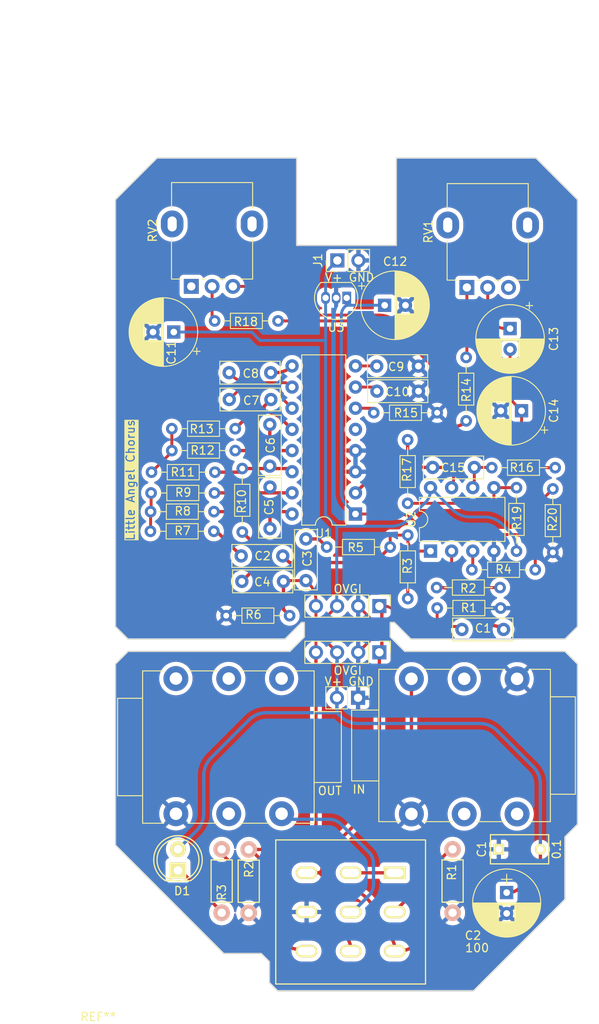
<source format=kicad_pcb>
(kicad_pcb (version 20221018) (generator pcbnew)
  (layers (0 "F.Cu" signal) (31 "B.Cu" signal) (34 "B.Paste" user) (35 "F.Paste" user) (36 "B.SilkS" user "B.Silkscreen") (37 "F.SilkS" user "F.Silkscreen") (38 "B.Mask" user) (39 "F.Mask" user) (44 "Edge.Cuts" user))
  (net 0 "")
  (net 1 "Net-(C1-Pad2)")
  (net 2 "Net-(C2-Pad1)")
  (net 3 "Net-(C2-Pad2)")
  (net 4 "Net-(C3-Pad1)")
  (net 5 "Net-(C4-Pad1)")
  (net 6 "Net-(U1-LPF1-IN)")
  (net 7 "Net-(U1-LPF1-OUT)")
  (net 8 "Net-(U1-LPF2-OUT)")
  (net 9 "Net-(U1-LPF2-IN)")
  (net 10 "Net-(U1-OP2-OUT)")
  (net 11 "Net-(U1-OP2-IN)")
  (net 12 "Net-(U1-OP1-IN)")
  (net 13 "Net-(U1-OP1-OUT)")
  (net 14 "Net-(U1-CC0)")
  (net 15 "Net-(U1-CC1)")
  (net 16 "+9V")
  (net 17 "Net-(U1-VCC)")
  (net 18 "Net-(C13-Pad1)")
  (net 19 "Net-(C13-Pad2)")
  (net 20 "Net-(U2B--)")
  (net 21 "Net-(C15-Pad2)")
  (net 22 "Net-(U2A--)")
  (net 23 "Net-(U2A-+)")
  (net 24 "Net-(R7-Pad2)")
  (net 25 "Net-(R11-Pad1)")
  (net 26 "Net-(R14-Pad1)")
  (net 27 "Net-(U1-REF)")
  (net 28 "Net-(U1-VCO)")
  (net 29 "Net-(U2B-+)")
  (net 30 "Net-(R18-Pad2)")
  (net 34 "GND")
  (net 35 "Net-(D1-Pad1)")
  (net 36 "Net-(J2-Pad2)")
  (net 37 "Net-(J3-Pad2)")
  (net 38 "Net-(R3-Pad2)")
  (net 39 "Net-(SW1-Pad1)")
  (net 40 "{slash}I")
  (net 41 "{slash}O")
  (footprint "Resistor_THT:R_Axial_DIN0204_L3.6mm_D1.6mm_P7.62mm_Horizontal" (layer "F.Cu") (at 157.85 74.92 180)
    (fp_text reference "R15")
    (fp_text value "100R")
  )
  (footprint "Resistor_THT:R_Axial_DIN0204_L3.6mm_D1.6mm_P7.62mm_Horizontal" (layer "F.Cu") (at 164.413812 81.513812)
    (fp_text reference "R16")
    (fp_text value "220K")
  )
  (footprint "Capacitor_THT:CP_Radial_D8.0mm_P2.50mm" (layer "F.Cu") (at 126.2 65.23 180)
    (fp_text reference "C11")
    (fp_text value "100uF")
  )
  (footprint "Connectors:NMJ6HCD2" (layer "F.Cu") (at 167.453812 106.863812 -90)
    (fp_text reference "J2" hide)
    (fp_text value "IN")
  )
  (footprint "Resistor_THT:R_Axial_DIN0204_L3.6mm_D1.6mm_P7.62mm_Horizontal" (layer "F.Cu") (at 131.013812 89.153812 180)
    (fp_text reference "R7")
    (fp_text value "10k")
  )
  (footprint "Pin_Headers:Pin_Header_Straight_1x02_Pitch2.54mm" (layer "F.Cu") (at 148.343812 109.143812 -90)
    (fp_text reference "J4" hide)
    (fp_text value "V+ GND")
  )
  (footprint "Capacitor_THT:C_Disc_D7.0mm_W2.5mm_P5.00mm" (layer "F.Cu") (at 155.59 69.32 180)
    (fp_text reference "C9")
    (fp_text value "100nF")
  )
  (footprint "Resistor_THT:R_Axial_DIN0204_L3.6mm_D1.6mm_P7.62mm_Horizontal" (layer "F.Cu") (at 125.963812 76.833812)
    (fp_text reference "R13")
    (fp_text value "10k")
  )
  (footprint "Capacitor_THT:C_Disc_D7.0mm_W2.5mm_P5.00mm" (layer "F.Cu") (at 134.3 92.11)
    (fp_text reference "C2")
    (fp_text value "100nF")
  )
  (footprint "Capacitor_THT:CP_Radial_D8.0mm_P2.50mm" (layer "F.Cu") (at 166.613812 64.813812 -90)
    (fp_text reference "C13")
    (fp_text value "10uF")
  )
  (footprint "Resistor_THT:R_Axial_DIN0204_L3.6mm_D1.6mm_P7.62mm_Horizontal" (layer "F.Cu") (at 161.333812 68.273812 -90)
    (fp_text reference "R14")
    (fp_text value "33k")
  )
  (footprint "Resistors_ThroughHole:Resistor_Horizontal_RM7mm" (layer "F.Cu") (at 135.203812 127.353812 -90)
    (fp_text reference "R2")
    (fp_text value "1M" hide)
  )
  (footprint "Capacitors_ThroughHole:C_Rect_L7_W3.5_P5" (layer "F.Cu") (at 165.253812 127.333812)
    (fp_text reference "C1")
    (fp_text value "0.1")
  )
  (footprint "KiCad Lib:1590B" (layer "F.Cu") (at 117.113812 146.953812)
    (fp_text reference "REF**")
    (fp_text value "1590B")
  )
  (footprint "Resistor_THT:R_Axial_DIN0204_L3.6mm_D1.6mm_P7.62mm_Horizontal" (layer "F.Cu") (at 152.203812 91.043812 180)
    (fp_text reference "R5")
    (fp_text value "10k")
  )
  (footprint "Capacitor_THT:CP_Radial_D8.0mm_P2.50mm" (layer "F.Cu") (at 167.996463 74.683812 180)
    (fp_text reference "C14")
    (fp_text value "10uF")
  )
  (footprint "Capacitor_THT:C_Disc_D7.0mm_W2.5mm_P5.00mm" (layer "F.Cu") (at 137.87 73.33 180)
    (fp_text reference "C7")
    (fp_text value "10nF")
  )
  (footprint "Resistor_THT:R_Axial_DIN0204_L3.6mm_D1.6mm_P7.62mm_Horizontal" (layer "F.Cu") (at 171.753812 91.683812 90)
    (fp_text reference "R20")
    (fp_text value "47k")
  )
  (footprint "Resistor_THT:R_Axial_DIN0204_L3.6mm_D1.6mm_P7.62mm_Horizontal" (layer "F.Cu") (at 131.093812 84.553812 180)
    (fp_text reference "R9")
    (fp_text value "10k")
  )
  (footprint "Package_DIP:DIP-8_W7.62mm" (layer "F.Cu") (at 157.049929 91.529929 90)
    (fp_text reference "U2")
    (fp_text value "NE5532")
  )
  (footprint "Capacitor_THT:CP_Radial_D8.0mm_P2.50mm" (layer "F.Cu") (at 151.543812 62.013812)
    (fp_text reference "C12")
    (fp_text value "47uF")
  )
  (footprint "Potentiometer_THT:Potentiometer_Alpha_RD901F-40-00D_Single_Vertical" (layer "F.Cu") (at 128.303812 59.748812 90)
    (fp_text reference "RV2")
    (fp_text value "100k lin")
  )
  (footprint "Pin_Headers:Pin_Header_Straight_1x04_Pitch2.54mm" (layer "F.Cu") (at 150.903812 103.683812 -90)
    (fp_text reference "JOVGI1" hide)
    (fp_text value "OVGI")
  )
  (footprint "Resistor_THT:R_Axial_DIN0204_L3.6mm_D1.6mm_P7.62mm_Horizontal" (layer "F.Cu") (at 138.733812 63.893812 180)
    (fp_text reference "R18")
    (fp_text value "4k7")
  )
  (footprint "Resistor_THT:R_Axial_DIN0204_L3.6mm_D1.6mm_P7.62mm_Horizontal" (layer "F.Cu") (at 154.319929 97.229929 90)
    (fp_text reference "R3")
    (fp_text value "1M")
  )
  (footprint "Resistor_THT:R_Axial_DIN0204_L3.6mm_D1.6mm_P7.62mm_Horizontal" (layer "F.Cu") (at 154.303812 85.793812 90)
    (fp_text reference "R17")
    (fp_text value "220k")
  )
  (footprint "Resistors_ThroughHole:Resistor_Horizontal_RM7mm" (layer "F.Cu") (at 131.953812 134.953812 90)
    (fp_text reference "R3")
    (fp_text value "1K" hide)
  )
  (footprint "Capacitors_THT:CP_Radial_D8.0mm_P2.50mm" (layer "F.Cu") (at 166.203812 132.533812 -90)
    (fp_text reference "C2")
    (fp_text value "100")
  )
  (footprint "Capacitor_THT:C_Disc_D7.0mm_W2.5mm_P5.00mm" (layer "F.Cu") (at 137.76 88.84 90)
    (fp_text reference "C5")
    (fp_text value "1nF")
  )
  (footprint "Capacitor_THT:C_Disc_D7.0mm_W2.5mm_P5.00mm" (layer "F.Cu") (at 132.85 70.11)
    (fp_text reference "C8")
    (fp_text value "10nF")
  )
  (footprint "KiCad Lib:3PDT-Footswitch" (layer "F.Cu") (at 147.453812 134.858812 180)
    (fp_text reference "SW1" hide)
    (fp_text value "SW_3PDT" hide)
  )
  (footprint "Pin_Headers:Pin_Header_Straight_1x02_Pitch2.54mm" (layer "F.Cu") (at 145.853812 56.633812 90)
    (fp_text reference "J1")
    (fp_text value "V+ GND")
  )
  (footprint "Package_DIP:DIP-16_W7.62mm" (layer "F.Cu") (at 148.033812 87.078812 180)
    (fp_text reference "U1")
    (fp_text value "PT2399")
  )
  (footprint "Resistor_THT:R_Axial_DIN0204_L3.6mm_D1.6mm_P7.62mm_Horizontal" (layer "F.Cu") (at 169.639929 93.769929 180)
    (fp_text reference "R4")
    (fp_text value "330k")
  )
  (footprint "Connectors:NMJ6HCD2" (layer "F.Cu") (at 126.453812 123.063812 90)
    (fp_text reference "J3" hide)
    (fp_text value "OUT")
  )
  (footprint "Resistor_THT:R_Axial_DIN0204_L3.6mm_D1.6mm_P7.62mm_Horizontal" (layer "F.Cu") (at 125.963812 79.463812)
    (fp_text reference "R12")
    (fp_text value "10k")
  )
  (footprint "Potentiometer_THT:Potentiometer_Alpha_RD901F-40-00D_Single_Vertical" (layer "F.Cu") (at 161.423812 59.878812 90)
    (fp_text reference "RV1")
    (fp_text value "470K lin")
  )
  (footprint "Resistor_THT:R_Axial_DIN0204_L3.6mm_D1.6mm_P7.62mm_Horizontal" (layer "F.Cu") (at 123.523812 82.053812)
    (fp_text reference "R11")
    (fp_text value "10k")
  )
  (footprint "Resistor_THT:R_Axial_DIN0204_L3.6mm_D1.6mm_P7.62mm_Horizontal" (layer "F.Cu") (at 167.383812 83.913812 -90)
    (fp_text reference "R19")
    (fp_text value "100k")
  )
  (footprint "Resistor_THT:R_Axial_DIN0204_L3.6mm_D1.6mm_P7.62mm_Horizontal" (layer "F.Cu") (at 134.43 81.62 -90)
    (fp_text reference "R10")
    (fp_text value "10k")
  )
  (footprint "Capacitor_THT:C_Disc_D7.0mm_W2.5mm_P5.00mm" (layer "F.Cu") (at 142.08 90.07 -90)
    (fp_text reference "C3")
    (fp_text value "100nF")
  )
  (footprint "Pin_Headers:Pin_Header_Straight_1x04_Pitch2.54mm" (layer "F.Cu") (at 150.903812 98.133812 -90)
    (fp_text reference "JOVGI2" hide)
    (fp_text value "OVGI")
  )
  (footprint "Package_TO_SOT_THT:TO-92_Inline" (layer "F.Cu") (at 146.983812 61.123812 180)
    (fp_text reference "U3")
    (fp_text value "L78L05_TO92")
  )
  (footprint "Resistor_THT:R_Axial_DIN0204_L3.6mm_D1.6mm_P7.62mm_Horizontal" (layer "F.Cu") (at 157.789929 95.909929)
    (fp_text reference "R2")
    (fp_text value "470k")
  )
  (footprint "Capacitor_THT:C_Disc_D7.0mm_W2.5mm_P5.00mm" (layer "F.Cu") (at 155.61 72.33 180)
    (fp_text reference "C10")
    (fp_text value "100nF")
  )
  (footprint "Capacitor_THT:C_Disc_D7.0mm_W2.5mm_P5.00mm" (layer "F.Cu") (at 134.38 95.17)
    (fp_text reference "C4")
    (fp_text value "100nF")
  )
  (footprint "Resistors_ThroughHole:Resistor_Horizontal_RM7mm" (layer "F.Cu") (at 159.703812 127.333812 -90)
    (fp_text reference "R1")
    (fp_text value "1M" hide)
  )
  (footprint "Capacitor_THT:C_Disc_D7.0mm_W2.5mm_P5.00mm" (layer "F.Cu") (at 137.74 81.33 90)
    (fp_text reference "C6")
    (fp_text value "1nF")
  )
  (footprint "Capacitor_THT:C_Disc_D7.0mm_W2.5mm_P5.00mm" (layer "F.Cu") (at 162.313812 81.483812 180)
    (fp_text reference "C15")
    (fp_text value "10nF")
  )
  (footprint "Resistor_THT:R_Axial_DIN0204_L3.6mm_D1.6mm_P7.62mm_Horizontal" (layer "F.Cu") (at 131.033812 86.793812 180)
    (fp_text reference "R8")
    (fp_text value "10k")
  )
  (footprint "Resistor_THT:R_Axial_DIN0204_L3.6mm_D1.6mm_P7.62mm_Horizontal" (layer "F.Cu") (at 132.5 99.28)
    (fp_text reference "R6")
    (fp_text value "100k")
  )
  (footprint "Resistor_THT:R_Axial_DIN0204_L3.6mm_D1.6mm_P7.62mm_Horizontal" (layer "F.Cu") (at 157.849929 98.369929)
    (fp_text reference "R1")
    (fp_text value "1M")
  )
  (footprint "Capacitor_THT:C_Disc_D7.0mm_W2.5mm_P5.00mm" (layer "F.Cu") (at 160.83 100.94)
    (fp_text reference "C1")
    (fp_text value "100nF")
  )
  (footprint "LEDs:LED-5MM" (layer "F.Cu") (at 126.703812 129.873812 90)
    (fp_text reference "D1")
    (fp_text value "LED" hide)
  )
  (gr_line (start 141.553812 100.083812) (end 139.553812 102.083812) (stroke (width 0.15)) (layer "Edge.Cuts"))
  (gr_line (start 132.703812 139.833812) (end 132.203812 139.833812) (stroke (width 0.15)) (layer "Edge.Cuts"))
  (gr_line (start 152.203812 100.083812) (end 152.703812 100.083812) (stroke (width 0.15)) (layer "Edge.Cuts"))
  (gr_line (start 173.203812 125.833812) (end 173.203812 133.333812) (stroke (width 0.15)) (layer "Edge.Cuts"))
  (gr_line (start 132.203812 139.833812) (end 131.203812 138.833812) (stroke (width 0.15)) (layer "Edge.Cuts"))
  (gr_line (start 121.203812 103.583812) (end 120.703812 103.583812) (stroke (width 0.15)) (layer "Edge.Cuts"))
  (gr_line (start 152.953812 54.833812) (end 152.953812 44.333812) (stroke (width 0.15)) (layer "Edge.Cuts"))
  (gr_line (start 140.153812 103.583812) (end 121.203812 103.583812) (stroke (width 0.15)) (layer "Edge.Cuts"))
  (gr_line (start 154.703812 102.083812) (end 173.203812 102.083812) (stroke (width 0.15)) (layer "Edge.Cuts"))
  (gr_line (start 120.703812 102.083812) (end 119.203812 100.583812) (stroke (width 0.15)) (layer "Edge.Cuts"))
  (gr_line (start 153.953812 103.583812) (end 168.953812 103.583812) (stroke (width 0.15)) (layer "Edge.Cuts"))
  (gr_line (start 174.703812 100.583812) (end 174.703812 77.333812) (stroke (width 0.15)) (layer "Edge.Cuts"))
  (gr_line (start 174.703812 105.083812) (end 173.203812 103.583812) (stroke (width 0.15)) (layer "Edge.Cuts"))
  (gr_line (start 119.203812 49.333812) (end 119.203812 100.583812) (stroke (width 0.15)) (layer "Edge.Cuts"))
  (gr_line (start 141.903812 100.088812) (end 141.903812 101.833812) (stroke (width 0.15)) (layer "Edge.Cuts"))
  (gr_line (start 173.203812 133.333812) (end 162.203812 144.333812) (stroke (width 0.15)) (layer "Edge.Cuts"))
  (gr_line (start 137.703812 143.333812) (end 137.703812 140.833812) (stroke (width 0.15)) (layer "Edge.Cuts"))
  (gr_line (start 120.703812 102.083812) (end 120.703812 102.083812) (stroke (width 0.15)) (layer "Edge.Cuts"))
  (gr_line (start 141.903812 100.088812) (end 141.553812 100.083812) (stroke (width 0.15)) (layer "Edge.Cuts"))
  (gr_line (start 152.953812 44.333812) (end 169.703812 44.333812) (stroke (width 0.15)) (layer "Edge.Cuts"))
  (gr_line (start 139.553812 102.083812) (end 120.703812 102.083812) (stroke (width 0.15)) (layer "Edge.Cuts"))
  (gr_line (start 138.703812 144.333812) (end 137.703812 143.333812) (stroke (width 0.15)) (layer "Edge.Cuts"))
  (gr_line (start 119.203812 49.333812) (end 124.203812 44.333812) (stroke (width 0.15)) (layer "Edge.Cuts"))
  (gr_line (start 173.203812 125.833812) (end 174.703812 124.333812) (stroke (width 0.15)) (layer "Edge.Cuts"))
  (gr_line (start 131.203812 138.833812) (end 119.203812 126.833812) (stroke (width 0.15)) (layer "Edge.Cuts"))
  (gr_line (start 137.703812 140.833812) (end 136.703812 139.833812) (stroke (width 0.15)) (layer "Edge.Cuts"))
  (gr_line (start 120.703812 103.583812) (end 119.203812 105.083812) (stroke (width 0.15)) (layer "Edge.Cuts"))
  (gr_line (start 140.953812 54.833812) (end 152.953812 54.833812) (stroke (width 0.15)) (layer "Edge.Cuts"))
  (gr_line (start 173.203812 103.583812) (end 168.953812 103.583812) (stroke (width 0.15)) (layer "Edge.Cuts"))
  (gr_line (start 141.903812 101.833812) (end 140.153812 103.583812) (stroke (width 0.15)) (layer "Edge.Cuts"))
  (gr_line (start 173.203812 102.083812) (end 174.703812 100.583812) (stroke (width 0.15)) (layer "Edge.Cuts"))
  (gr_line (start 152.203812 101.833812) (end 153.953812 103.583812) (stroke (width 0.15)) (layer "Edge.Cuts"))
  (gr_line (start 174.703812 124.333812) (end 174.703812 105.083812) (stroke (width 0.15)) (layer "Edge.Cuts"))
  (gr_line (start 119.203812 126.833812) (end 119.203812 113.333812) (stroke (width 0.15)) (layer "Edge.Cuts"))
  (gr_line (start 152.703812 100.083812) (end 154.703812 102.083812) (stroke (width 0.15)) (layer "Edge.Cuts"))
  (gr_line (start 152.203812 101.833812) (end 152.203812 100.083812) (stroke (width 0.15)) (layer "Edge.Cuts"))
  (gr_line (start 136.703812 139.833812) (end 132.703812 139.833812) (stroke (width 0.15)) (layer "Edge.Cuts"))
  (gr_line (start 140.953812 44.333812) (end 140.953812 54.833812) (stroke (width 0.15)) (layer "Edge.Cuts"))
  (gr_line (start 174.703812 77.333812) (end 174.703812 49.333812) (stroke (width 0.15)) (layer "Edge.Cuts"))
  (gr_line (start 119.203812 105.083812) (end 119.203812 113.333812) (stroke (width 0.15)) (layer "Edge.Cuts"))
  (gr_line (start 169.703812 44.333812) (end 174.703812 49.333812) (stroke (width 0.15)) (layer "Edge.Cuts"))
  (gr_line (start 140.953812 44.333812) (end 124.203812 44.333812) (stroke (width 0.15)) (layer "Edge.Cuts"))
  (gr_line (start 138.703812 144.333812) (end 162.203812 144.333812) (stroke (width 0.15)) (layer "Edge.Cuts"))
  (gr_text "Little Angel Chorus" (at 121.58 90.38 90) (layer "F.SilkS" knockout) (effects (font (size 1 1)) (justify left bottom)))
  (segment (start 165.709929 100.579929) (end 165.47257 100.579929) (width 0.4) (layer "F.Cu") (net 1))
  (segment (start 163.351249 99.701249) (end 160.438608 96.788608) (width 0.4) (layer "F.Cu") (net 1))
  (segment (start 158.317288 95.909929) (end 157.789929 95.909929) (width 0.4) (layer "F.Cu") (net 1))
  (arc (start 158.317288 95.909929) (mid 159.465338 96.13829) (end 160.438608 96.788608) (width 0.4) (layer "F.Cu") (net 1))
  (arc (start 165.47257 100.579929) (mid 164.324519 100.351567) (end 163.351249 99.701249) (width 0.4) (layer "F.Cu") (net 1))
  (segment (start 131.343812 89.153812) (end 131.013812 89.153812) (width 0.4) (layer "F.Cu") (net 2))
  (segment (start 134.3 92.11) (end 131.343812 89.153812) (width 0.4) (layer "F.Cu") (net 2))
  (segment (start 152.243812 89.609929) (end 152.203812 89.649929) (width 0.35) (layer "F.Cu") (net 3))
  (segment (start 154.612822 90.942822) (end 154.907036 91.237036) (width 0.35) (layer "F.Cu") (net 3))
  (segment (start 150.337625 92.909999) (end 152.203812 91.043812) (width 0.4) (layer "F.Cu") (net 3))
  (segment (start 155.614143 91.529929) (end 157.049929 91.529929) (width 0.35) (layer "F.Cu") (net 3))
  (segment (start 154.319929 89.609929) (end 152.243812 89.609929) (width 0.35) (layer "F.Cu") (net 3))
  (segment (start 152.203812 89.649929) (end 152.203812 91.043812) (width 0.35) (layer "F.Cu") (net 3))
  (segment (start 154.319929 89.609929) (end 154.319929 90.235715) (width 0.35) (layer "F.Cu") (net 3))
  (segment (start 139.3 92.11) (end 140.099999 92.909999) (width 0.4) (layer "F.Cu") (net 3))
  (segment (start 140.099999 92.909999) (end 150.337625 92.909999) (width 0.4) (layer "F.Cu") (net 3))
  (arc (start 154.612822 90.942822) (mid 154.396049 90.618399) (end 154.319929 90.235715) (width 0.35) (layer "F.Cu") (net 3))
  (arc (start 154.907036 91.237036) (mid 155.231459 91.453809) (end 155.614143 91.529929) (width 0.35) (layer "F.Cu") (net 3))
  (segment (start 143.61 90.07) (end 144.583812 91.043812) (width 0.4) (layer "F.Cu") (net 4))
  (segment (start 142.08 90.07) (end 143.61 90.07) (width 0.4) (layer "F.Cu") (net 4))
  (segment (start 135.834213 90.644213) (end 134.43 89.24) (width 0.4) (layer "F.Cu") (net 5))
  (segment (start 136.42 92.301573) (end 136.42 92.058427) (width 0.4) (layer "F.Cu") (net 5))
  (segment (start 134.38 95.17) (end 135.834214 93.715786) (width 0.4) (layer "F.Cu") (net 5))
  (arc (start 136.42 92.301573) (mid 136.267759 93.06694) (end 135.834214 93.715786) (width 0.4) (layer "F.Cu") (net 5))
  (arc (start 135.834213 90.644213) (mid 136.267759 91.29306) (end 136.42 92.058427) (width 0.4) (layer "F.Cu") (net 5))
  (segment (start 137.76 86.833812) (end 137.72 86.793812) (width 0.4) (layer "F.Cu") (net 6))
  (segment (start 131.033812 86.793812) (end 137.72 86.793812) (width 0.4) (layer "F.Cu") (net 6))
  (segment (start 140.128812 86.793812) (end 140.413812 87.078812) (width 0.4) (layer "F.Cu") (net 6))
  (segment (start 137.76 88.84) (end 137.76 86.833812) (width 0.4) (layer "F.Cu") (net 6))
  (segment (start 137.72 86.793812) (end 140.128812 86.793812) (width 0.4) (layer "F.Cu") (net 6))
  (segment (start 140.413812 84.538812) (end 137.84 84.538812) (width 0.4) (layer "F.Cu") (net 7))
  (segment (start 137.76 84.458812) (end 137.84 84.538812) (width 0.4) (layer "F.Cu") (net 7))
  (segment (start 137.84 84.538812) (end 131.108812 84.538812) (width 0.4) (layer "F.Cu") (net 7))
  (segment (start 131.108812 84.538812) (end 131.093812 84.553812) (width 0.4) (layer "F.Cu") (net 7))
  (segment (start 137.76 83.84) (end 137.76 84.458812) (width 0.4) (layer "F.Cu") (net 7))
  (segment (start 133.996188 82.053812) (end 134.43 81.62) (width 0.4) (layer "F.Cu") (net 8))
  (segment (start 134.43 81.62) (end 140.035 81.62) (width 0.4) (layer "F.Cu") (net 8))
  (segment (start 131.143812 82.053812) (end 133.996188 82.053812) (width 0.4) (layer "F.Cu") (net 8))
  (segment (start 140.035 81.62) (end 140.413812 81.998812) (width 0.4) (layer "F.Cu") (net 8))
  (segment (start 133.583812 79.463812) (end 137.82 79.463812) (width 0.4) (layer "F.Cu") (net 9))
  (segment (start 137.74 76.33) (end 137.74 79.383812) (width 0.4) (layer "F.Cu") (net 9))
  (segment (start 137.74 79.383812) (end 137.82 79.463812) (width 0.4) (layer "F.Cu") (net 9))
  (segment (start 140.408812 79.463812) (end 140.413812 79.458812) (width 0.4) (layer "F.Cu") (net 9))
  (segment (start 137.82 79.463812) (end 140.408812 79.463812) (width 0.4) (layer "F.Cu") (net 9))
  (segment (start 136.860265 74.8) (end 137.052359 74.8) (width 0.4) (layer "F.Cu") (net 10))
  (segment (start 133.583812 76.833812) (end 134.738945 75.678679) (width 0.4) (layer "F.Cu") (net 10))
  (segment (start 137.052359 74.147641) (end 137.87 73.33) (width 0.4) (layer "F.Cu") (net 10))
  (segment (start 137.052359 74.8) (end 137.052359 74.147641) (width 0.4) (layer "F.Cu") (net 10))
  (segment (start 139.17368 75.67868) (end 140.413812 76.918812) (width 0.4) (layer "F.Cu") (net 10))
  (arc (start 139.17368 75.67868) (mid 138.20041 75.028361) (end 137.052359 74.8) (width 0.4) (layer "F.Cu") (net 10))
  (arc (start 136.860265 74.8) (mid 135.712215 75.028361) (end 134.738945 75.678679) (width 0.4) (layer "F.Cu") (net 10))
  (segment (start 138.055786 71.86) (end 134.754214 71.86) (width 0.35) (layer "F.Cu") (net 11))
  (segment (start 139.531705 73.496705) (end 140.413812 74.378812) (width 0.35) (layer "F.Cu") (net 11))
  (segment (start 139.238812 72.628812) (end 138.762893 72.152893) (width 0.35) (layer "F.Cu") (net 11))
  (segment (start 134.047107 72.152893) (end 132.87 73.33) (width 0.35) (layer "F.Cu") (net 11))
  (segment (start 139.238812 72.628812) (end 139.238812 72.789598) (width 0.35) (layer "F.Cu") (net 11))
  (arc (start 134.754214 71.86) (mid 134.371531 71.93612) (end 134.047107 72.152893) (width 0.35) (layer "F.Cu") (net 11))
  (arc (start 139.531705 73.496705) (mid 139.314932 73.172282) (end 139.238812 72.789598) (width 0.35) (layer "F.Cu") (net 11))
  (arc (start 138.055786 71.86) (mid 138.438469 71.93612) (end 138.762893 72.152893) (width 0.35) (layer "F.Cu") (net 11))
  (segment (start 133.17132 70.43132) (end 132.85 70.11) (width 0.35) (layer "F.Cu") (net 12))
  (segment (start 140.413812 71.838812) (end 140.177893 71.602893) (width 0.35) (layer "F.Cu") (net 12))
  (segment (start 139.470786 71.31) (end 135.292641 71.31) (width 0.35) (layer "F.Cu") (net 12))
  (arc (start 135.292641 71.31) (mid 134.14459 71.081638) (end 133.17132 70.43132) (width 0.35) (layer "F.Cu") (net 12))
  (arc (start 140.177893 71.602893) (mid 139.85347 71.38612) (end 139.470786 71.31) (width 0.35) (layer "F.Cu") (net 12))
  (segment (start 137.85 70.11) (end 138.455458 70.11) (width 0.4) (layer "F.Cu") (net 13))
  (arc (start 140.413812 69.298812) (mid 139.515301 69.899185) (end 138.455458 70.11) (width 0.4) (layer "F.Cu") (net 13))
  (segment (start 150.278812 69.298812) (end 150.283812 69.293812) (width 0.35) (layer "F.Cu") (net 14))
  (segment (start 148.033812 69.298812) (end 150.278812 69.298812) (width 0.35) (layer "F.Cu") (net 14))
  (segment (start 150.238812 71.838812) (end 150.323812 71.923812) (width 0.35) (layer "F.Cu") (net 15))
  (segment (start 148.033812 71.838812) (end 150.238812 71.838812) (width 0.35) (layer "F.Cu") (net 15))
  (segment (start 167.789599 131.948025) (end 169.668026 130.069598) (width 0.4) (layer "F.Cu") (net 16))
  (segment (start 166.203812 132.533812) (end 166.375385 132.533812) (width 0.4) (layer "F.Cu") (net 16))
  (segment (start 145.823812 98.133812) (end 144.728812 99.228812) (width 0.35) (layer "F.Cu") (net 16))
  (segment (start 144.728812 102.588812) (end 145.823812 103.683812) (width 0.35) (layer "F.Cu") (net 16))
  (segment (start 144.728812 99.228812) (end 144.728812 102.588812) (width 0.35) (layer "F.Cu") (net 16))
  (segment (start 170.253812 128.655385) (end 170.253812 127.333812) (width 0.4) (layer "F.Cu") (net 16))
  (arc (start 167.789599 131.948025) (mid 167.140752 132.381571) (end 166.375385 132.533812) (width 0.4) (layer "F.Cu") (net 16))
  (arc (start 169.668026 130.069598) (mid 170.101571 129.420752) (end 170.253812 128.655385) (width 0.4) (layer "F.Cu") (net 16))
  (segment (start 144.443812 87.203812) (end 145.783812 88.543812) (width 0.35) (layer "B.Cu") (net 16))
  (segment (start 145.803812 109.143812) (end 145.803812 110.433812) (width 0.4) (layer "B.Cu") (net 16))
  (segment (start 170.253812 119.526453) (end 170.253812 127.333812) (width 0.4) (layer "B.Cu") (net 16))
  (segment (start 129.803812 118.476453) (end 129.803812 122.991171) (width 0.4) (layer "B.Cu") (net 16))
  (segment (start 144.443812 66.233812) (end 144.443812 87.203812) (width 0.35) (layer "B.Cu") (net 16))
  (segment (start 156.464142 85.663482) (end 154.462491 87.665133) (width 0.35) (layer "B.Cu") (net 16))
  (segment (start 136.566453 66.233812) (end 135.562641 65.23) (width 0.35) (layer "B.Cu") (net 16))
  (segment (start 165.672492 88.312492) (end 166.505133 89.145133) (width 0.35) (layer "B.Cu") (net 16))
  (segment (start 152.341171 88.543812) (end 145.783812 88.543812) (width 0.35) (layer "B.Cu") (net 16))
  (segment (start 145.803812 110.933812) (end 137.346453 110.933812) (width 0.4) (layer "B.Cu") (net 16))
  (segment (start 145.823812 104.885893) (end 145.803812 104.905893) (width 0.4) (layer "B.Cu") (net 16))
  (segment (start 145.853812 56.633812) (end 145.029598 57.458026) (width 0.35) (layer "B.Cu") (net 16))
  (segment (start 145.783812 98.093812) (end 145.823812 98.133812) (width 0.35) (layer "B.Cu") (net 16))
  (segment (start 135.562641 65.23) (end 126.2 65.23) (width 0.35) (layer "B.Cu") (net 16))
  (segment (start 128.925132 125.112492) (end 126.703812 127.333812) (width 0.4) (layer "B.Cu") (net 16))
  (segment (start 145.803812 110.933812) (end 146.225133 111.355133) (width 0.4) (layer "B.Cu") (net 16))
  (segment (start 148.346453 112.233812) (end 162.961171 112.233812) (width 0.4) (layer "B.Cu") (net 16))
  (segment (start 145.803812 110.433812) (end 145.803812 110.933812) (width 0.4) (layer "B.Cu") (net 16))
  (segment (start 145.783812 88.543812) (end 145.783812 98.093812) (width 0.35) (layer "B.Cu") (net 16))
  (segment (start 157.049929 83.909929) (end 159.695133 86.555133) (width 0.35) (layer "B.Cu") (net 16))
  (segment (start 157.049929 83.909929) (end 157.049929 84.249268) (width 0.35) (layer "B.Cu") (net 16))
  (segment (start 136.566453 66.233812) (end 144.443812 66.233812) (width 0.35) (layer "B.Cu") (net 16))
  (segment (start 145.823812 103.683812) (end 145.823812 104.885893) (width 0.4) (layer "B.Cu") (net 16))
  (segment (start 161.816453 87.433812) (end 163.551171 87.433812) (width 0.35) (layer "B.Cu") (net 16))
  (segment (start 165.082492 113.112492) (end 169.375133 117.405133) (width 0.4) (layer "B.Cu") (net 16))
  (segment (start 144.443812 61.123812) (end 144.443812 66.233812) (width 0.35) (layer "B.Cu") (net 16))
  (segment (start 145.803812 104.905893) (end 145.803812 110.433812) (width 0.4) (layer "B.Cu") (net 16))
  (segment (start 144.443812 58.872239) (end 144.443812 61.123812) (width 0.35) (layer "B.Cu") (net 16))
  (segment (start 167.383812 91.266453) (end 167.383812 91.533812) (width 0.35) (layer "B.Cu") (net 16))
  (segment (start 135.225132 111.812492) (end 130.682491 116.355133) (width 0.4) (layer "B.Cu") (net 16))
  (arc (start 167.383812 91.266453) (mid 167.155451 90.118403) (end 166.505133 89.145133) (width 0.35) (layer "B.Cu") (net 16))
  (arc (start 169.375133 117.405133) (mid 170.025451 118.378403) (end 170.253812 119.526453) (width 0.4) (layer "B.Cu") (net 16))
  (arc (start 148.346453 112.233812) (mid 147.198403 112.005451) (end 146.225133 111.355133) (width 0.4) (layer "B.Cu") (net 16))
  (arc (start 135.225132 111.812492) (mid 136.198402 111.162173) (end 137.346453 110.933812) (width 0.4) (layer "B.Cu") (net 16))
  (arc (start 159.695133 86.555133) (mid 160.668403 87.205451) (end 161.816453 87.433812) (width 0.35) (layer "B.Cu") (net 16))
  (arc (start 154.462491 87.665133) (mid 153.489221 88.315451) (end 152.341171 88.543812) (width 0.35) (layer "B.Cu") (net 16))
  (arc (start 130.682491 116.355133) (mid 130.032173 117.328403) (end 129.803812 118.476453) (width 0.4) (layer "B.Cu") (net 16))
  (arc (start 163.551171 87.433812) (mid 164.699222 87.662174) (end 165.672492 88.312492) (width 0.35) (layer "B.Cu") (net 16))
  (arc (start 129.803812 122.991171) (mid 129.57545 124.139222) (end 128.925132 125.112492) (width 0.4) (layer "B.Cu") (net 16))
  (arc (start 165.082492 113.112492) (mid 164.109222 112.462173) (end 162.961171 112.233812) (width 0.4) (layer "B.Cu") (net 16))
  (arc (start 156.464142 85.663482) (mid 156.897688 85.014635) (end 157.049929 84.249268) (width 0.35) (layer "B.Cu") (net 16))
  (arc (start 144.443812 58.872239) (mid 144.596053 58.106872) (end 145.029598 57.458026) (width 0.35) (layer "B.Cu") (net 16))
  (segment (start 148.033812 87.078812) (end 153.360385 87.078812) (width 0.35) (layer "F.Cu") (net 17))
  (segment (start 157.482239 89.543812) (end 167.001171 89.543812) (width 0.35) (layer "F.Cu") (net 17))
  (segment (start 169.122492 90.422492) (end 169.347036 90.647036) (width 0.35) (layer "F.Cu") (net 17))
  (segment (start 169.639929 91.354143) (end 169.639929 93.769929) (width 0.35) (layer "F.Cu") (net 17))
  (segment (start 154.774599 87.664599) (end 156.068026 88.958026) (width 0.35) (layer "F.Cu") (net 17))
  (arc (start 167.001171 89.543812) (mid 168.149222 89.772174) (end 169.122492 90.422492) (width 0.35) (layer "F.Cu") (net 17))
  (arc (start 169.639929 91.354143) (mid 169.563809 90.97146) (end 169.347036 90.647036) (width 0.35) (layer "F.Cu") (net 17))
  (arc (start 153.360385 87.078812) (mid 154.125752 87.231053) (end 154.774599 87.664599) (width 0.35) (layer "F.Cu") (net 17))
  (arc (start 156.068026 88.958026) (mid 156.716872 89.391571) (end 157.482239 89.543812) (width 0.35) (layer "F.Cu") (net 17))
  (segment (start 146.893812 62.043812) (end 146.983812 62.043812) (width 0.35) (layer "B.Cu") (net 17))
  (segment (start 147.013812 62.013812) (end 146.983812 62.043812) (width 0.35) (layer "B.Cu") (net 17))
  (segment (start 146.773152 62.164472) (end 146.893812 62.043812) (width 0.35) (layer "B.Cu") (net 17))
  (segment (start 146.983812 62.043812) (end 146.983812 61.123812) (width 0.35) (layer "B.Cu") (net 17))
  (segment (start 148.033812 87.078812) (end 146.919599 85.964599) (width 0.35) (layer "B.Cu") (net 17))
  (segment (start 151.543812 62.013812) (end 147.013812 62.013812) (width 0.35) (layer "B.Cu") (net 17))
  (segment (start 146.333812 84.550385) (end 146.333812 63.225132) (width 0.35) (layer "B.Cu") (net 17))
  (arc (start 146.919599 85.964599) (mid 146.486053 85.315752) (end 146.333812 84.550385) (width 0.35) (layer "B.Cu") (net 17))
  (arc (start 146.333812 63.225132) (mid 146.447993 62.651107) (end 146.773152 62.164472) (width 0.35) (layer "B.Cu") (net 17))
  (segment (start 163.923812 59.878812) (end 163.923812 62.655385) (width 0.35) (layer "F.Cu") (net 18))
  (segment (start 166.082239 64.813812) (end 166.613812 64.813812) (width 0.35) (layer "F.Cu") (net 18))
  (segment (start 164.509599 64.069599) (end 164.668026 64.228026) (width 0.35) (layer "F.Cu") (net 18))
  (arc (start 163.923812 62.655385) (mid 164.076053 63.420752) (end 164.509599 64.069599) (width 0.35) (layer "F.Cu") (net 18))
  (arc (start 164.668026 64.228026) (mid 165.316872 64.661571) (end 166.082239 64.813812) (width 0.35) (layer "F.Cu") (net 18))
  (segment (start 168.875143 80.485143) (end 169.025133 80.635133) (width 0.35) (layer "F.Cu") (net 19))
  (segment (start 166.613812 67.313812) (end 166.613812 69.763812) (width 0.35) (layer "F.Cu") (net 19))
  (segment (start 167.199599 73.886948) (end 167.996463 74.683812) (width 0.35) (layer "F.Cu") (net 19))
  (segment (start 166.613812 69.763812) (end 166.613812 72.472734) (width 0.35) (layer "F.Cu") (net 19))
  (segment (start 167.996463 74.683812) (end 167.996463 78.363822) (width 0.35) (layer "F.Cu") (net 19))
  (segment (start 152.997492 64.067492) (end 157.815133 68.885133) (width 0.35) (layer "F.Cu") (net 19))
  (segment (start 137.486171 59.748812) (end 133.303812 59.748812) (width 0.35) (layer "F.Cu") (net 19))
  (segment (start 143.411453 63.188812) (end 150.876171 63.188812) (width 0.35) (layer "F.Cu") (net 19))
  (segment (start 159.936453 69.763812) (end 166.613812 69.763812) (width 0.35) (layer "F.Cu") (net 19))
  (segment (start 171.146453 81.513812) (end 172.033812 81.513812) (width 0.35) (layer "F.Cu") (net 19))
  (segment (start 141.290132 62.310132) (end 139.607491 60.627491) (width 0.35) (layer "F.Cu") (net 19))
  (arc (start 141.290132 62.310132) (mid 142.263402 62.960451) (end 143.411453 63.188812) (width 0.35) (layer "F.Cu") (net 19))
  (arc (start 159.936453 69.763812) (mid 158.788403 69.535451) (end 157.815133 68.885133) (width 0.35) (layer "F.Cu") (net 19))
  (arc (start 171.146453 81.513812) (mid 169.998403 81.285451) (end 169.025133 80.635133) (width 0.35) (layer "F.Cu") (net 19))
  (arc (start 167.996463 78.363822) (mid 168.224825 79.511873) (end 168.875143 80.485143) (width 0.35) (layer "F.Cu") (net 19))
  (arc (start 167.199599 73.886948) (mid 166.766053 73.238101) (end 166.613812 72.472734) (width 0.35) (layer "F.Cu") (net 19))
  (arc (start 139.607491 60.627491) (mid 138.634221 59.977173) (end 137.486171 59.748812) (width 0.35) (layer "F.Cu") (net 19))
  (arc (start 150.876171 63.188812) (mid 152.024222 63.417174) (end 152.997492 64.067492) (width 0.35) (layer "F.Cu") (net 19))
  (segment (start 162.313812 81.483812) (end 162.313812 83.726046) (width 0.35) (layer "F.Cu") (net 20))
  (segment (start 162.313812 81.483812) (end 164.383812 81.483812) (width 0.35) (layer "F.Cu") (net 20))
  (segment (start 162.313812 83.726046) (end 162.129929 83.909929) (width 0.35) (layer "F.Cu") (net 20))
  (segment (start 164.383812 81.483812) (end 164.413812 81.513812) (width 0.35) (layer "F.Cu") (net 20))
  (segment (start 157.313812 81.483812) (end 156.402239 81.483812) (width 0.4) (layer "F.Cu") (net 21))
  (segment (start 138.733812 63.893812) (end 150.582872 63.893812) (width 0.35) (layer "F.Cu") (net 21))
  (segment (start 152.704193 64.772492) (end 162.748026 74.816325) (width 0.35) (layer "F.Cu") (net 21))
  (segment (start 157.313812 81.483812) (end 159.813812 81.483812) (width 0.4) (layer "F.Cu") (net 21))
  (segment (start 159.813812 83.686046) (end 159.589929 83.909929) (width 0.35) (layer "F.Cu") (net 21))
  (segment (start 159.813812 81.483812) (end 159.813812 83.686046) (width 0.35) (layer "F.Cu") (net 21))
  (segment (start 154.988025 80.898025) (end 154.889598 80.799598) (width 0.4) (layer "F.Cu") (net 21))
  (segment (start 163.333812 76.230538) (end 163.333812 76.911171) (width 0.35) (layer "F.Cu") (net 21))
  (segment (start 159.813812 80.902239) (end 159.813812 81.483812) (width 0.35) (layer "F.Cu") (net 21))
  (segment (start 154.303812 79.385385) (end 154.303812 78.173812) (width 0.4) (layer "F.Cu") (net 21))
  (segment (start 161.896628 79.263812) (end 160.941019 79.263812) (width 0.35) (layer "F.Cu") (net 21))
  (arc (start 154.889598 80.799598) (mid 154.456053 80.150752) (end 154.303812 79.385385) (width 0.4) (layer "F.Cu") (net 21))
  (arc (start 160.941019 79.263812) (mid 160.647958 79.322105) (end 160.399598 79.488026) (width 0.35) (layer "F.Cu") (net 21))
  (arc (start 163.333812 76.911171) (mid 163.10545 78.059222) (end 162.455132 79.032492) (width 0.35) (layer "F.Cu") (net 21))
  (arc (start 162.455132 79.032492) (mid 162.198906 79.203686) (end 161.896628 79.263812) (width 0.35) (layer "F.Cu") (net 21))
  (arc (start 163.333812 76.230538) (mid 163.181571 75.465171) (end 162.748026 74.816325) (width 0.35) (layer "F.Cu") (net 21))
  (arc (start 154.988025 80.898025) (mid 155.636872 81.331571) (end 156.402239 81.483812) (width 0.4) (layer "F.Cu") (net 21))
  (arc (start 160.399598 79.488026) (mid 159.966053 80.136872) (end 159.813812 80.902239) (width 0.35) (layer "F.Cu") (net 21))
  (arc (start 150.582872 63.893812) (mid 151.730923 64.122174) (end 152.704193 64.772492) (width 0.35) (layer "F.Cu") (net 21))
  (segment (start 161.688356 95.909929) (end 165.409929 95.909929) (width 0.35) (layer "F.Cu") (net 22))
  (segment (start 156.898356 93.619929) (end 159.589929 93.619929) (width 0.35) (layer "F.Cu") (net 22))
  (segment (start 159.589929 91.529929) (end 159.589929 93.619929) (width 0.35) (layer "F.Cu") (net 22))
  (segment (start 154.905716 94.784142) (end 155.484143 94.205715) (width 0.35) (layer "F.Cu") (net 22))
  (segment (start 160.175716 95.225716) (end 160.274143 95.324143) (width 0.35) (layer "F.Cu") (net 22))
  (segment (start 154.319929 97.229929) (end 154.319929 96.198356) (width 0.35) (layer "F.Cu") (net 22))
  (segment (start 159.589929 93.619929) (end 159.589929 93.811502) (width 0.35) (layer "F.Cu") (net 22))
  (arc (start 155.484143 94.205715) (mid 156.132989 93.77217) (end 156.898356 93.619929) (width 0.35) (layer "F.Cu") (net 22))
  (arc (start 154.319929 96.198356) (mid 154.47217 95.432989) (end 154.905716 94.784142) (width 0.35) (layer "F.Cu") (net 22))
  (arc (start 161.688356 95.909929) (mid 160.922989 95.757688) (end 160.274143 95.324143) (width 0.35) (layer "F.Cu") (net 22))
  (arc (start 159.589929 93.811502) (mid 159.74217 94.576869) (end 160.175716 95.225716) (width 0.35) (layer "F.Cu") (net 22))
  (segment (start 162.129929 93.659929) (end 162.019929 93.769929) (width 0.35) (layer "F.Cu") (net 23))
  (segment (start 162.129929 91.529929) (end 162.129929 93.659929) (width 0.35) (layer "F.Cu") (net 23))
  (segment (start 123.413812 89.133812) (end 123.393812 89.153812) (width 0.35) (layer "F.Cu") (net 24))
  (segment (start 123.413812 86.793812) (end 123.413812 89.133812) (width 0.35) (layer "F.Cu") (net 24))
  (segment (start 123.473812 84.553812) (end 123.473812 86.733812) (width 0.35) (layer "F.Cu") (net 24))
  (segment (start 123.473812 86.733812) (end 123.413812 86.793812) (width 0.35) (layer "F.Cu") (net 24))
  (segment (start 125.963812 76.833812) (end 125.963812 79.613812) (width 0.35) (layer "F.Cu") (net 25))
  (segment (start 125.963812 79.613812) (end 123.523812 82.053812) (width 0.35) (layer "F.Cu") (net 25))
  (segment (start 161.423812 67.583812) (end 161.423812 59.878812) (width 0.35) (layer "F.Cu") (net 26))
  (segment (start 161.333812 75.893812) (end 161.219598 76.008026) (width 0.4) (layer "F.Cu") (net 27))
  (segment (start 151.23 79.278427) (end 151.23 80.514197) (width 0.4) (layer "F.Cu") (net 27))
  (segment (start 150.644213 81.928411) (end 148.033812 84.538812) (width 0.4) (layer "F.Cu") (net 27))
  (segment (start 159.805385 76.593812) (end 153.914615 76.593812) (width 0.4) (layer "F.Cu") (net 27))
  (segment (start 152.500401 77.179599) (end 151.815786 77.864214) (width 0.4) (layer "F.Cu") (net 27))
  (arc (start 159.805385 76.593812) (mid 160.570752 76.441571) (end 161.219598 76.008026) (width 0.4) (layer "F.Cu") (net 27))
  (arc (start 151.23 80.514197) (mid 151.077759 81.279564) (end 150.644213 81.928411) (width 0.4) (layer "F.Cu") (net 27))
  (arc (start 151.23 79.278427) (mid 151.382241 78.51306) (end 151.815786 77.864214) (width 0.4) (layer "F.Cu") (net 27))
  (arc (start 153.914615 76.593812) (mid 153.149248 76.746053) (end 152.500401 77.179599) (width 0.4) (layer "F.Cu") (net 27))
  (segment (start 148.033812 74.378812) (end 150.318812 74.378812) (width 0.35) (layer "F.Cu") (net 28))
  (segment (start 154.303812 85.793812) (end 164.643812 85.793812) (width 0.35) (layer "F.Cu") (net 29))
  (segment (start 170.609599 85.208025) (end 171.753812 84.063812) (width 0.35) (layer "F.Cu") (net 29))
  (segment (start 164.673812 83.913812) (end 164.669929 83.909929) (width 0.35) (layer "F.Cu") (net 29))
  (segment (start 167.383812 83.913812) (end 164.673812 83.913812) (width 0.35) (layer "F.Cu") (net 29))
  (segment (start 164.669929 85.767695) (end 164.643812 85.793812) (width 0.35) (layer "F.Cu") (net 29))
  (segment (start 164.643812 85.793812) (end 169.195385 85.793812) (width 0.35) (layer "F.Cu") (net 29))
  (segment (start 164.669929 83.909929) (end 164.669929 85.767695) (width 0.35) (layer "F.Cu") (net 29))
  (arc (start 170.609599 85.208025) (mid 169.960752 85.641571) (end 169.195385 85.793812) (width 0.35) (layer "F.Cu") (net 29))
  (segment (start 130.803812 63.583812) (end 131.113812 63.893812) (width 0.35) (layer "F.Cu") (net 30))
  (segment (start 130.803812 59.748812) (end 130.803812 63.583812) (width 0.35) (layer "F.Cu") (net 30))
  (segment (start 149.678812 99.448812) (end 149.678812 102.368812) (width 0.35) (layer "F.Cu") (net 34))
  (segment (start 149.678812 102.368812) (end 148.363812 103.683812) (width 0.35) (layer "F.Cu") (net 34))
  (segment (start 148.363812 98.133812) (end 149.678812 99.448812) (width 0.35) (layer "F.Cu") (net 34))
  (segment (start 126.953812 129.833812) (end 131.953812 134.833812) (width 0.4) (layer "F.Cu") (net 35))
  (segment (start 126.703812 129.833812) (end 126.953812 129.833812) (width 0.4) (layer "F.Cu") (net 35))
  (segment (start 155.703812 131.005385) (end 155.703812 130.012239) (width 0.4) (layer "F.Cu") (net 36))
  (segment (start 152.269599 120.238025) (end 154.168026 118.339598) (width 0.4) (layer "F.Cu") (net 36))
  (segment (start 152.753812 134.858812) (end 152.753812 134.783812) (width 0.4) (layer "F.Cu") (net 36))
  (segment (start 155.118025 128.598025) (end 152.269598 125.749598) (width 0.4) (layer "F.Cu") (net 36))
  (segment (start 151.683812 124.335385) (end 151.683812 121.652239) (width 0.4) (layer "F.Cu") (net 36))
  (segment (start 154.753812 116.925385) (end 154.753812 106.863812) (width 0.4) (layer "F.Cu") (net 36))
  (segment (start 152.753812 134.783812) (end 155.118026 132.419598) (width 0.4) (layer "F.Cu") (net 36))
  (arc (start 154.168026 118.339598) (mid 154.601571 117.690752) (end 154.753812 116.925385) (width 0.4) (layer "F.Cu") (net 36))
  (arc (start 151.683812 124.335385) (mid 151.836053 125.100752) (end 152.269598 125.749598) (width 0.4) (layer "F.Cu") (net 36))
  (arc (start 155.703812 130.012239) (mid 155.551571 129.246872) (end 155.118025 128.598025) (width 0.4) (layer "F.Cu") (net 36))
  (arc (start 151.683812 121.652239) (mid 151.836053 120.886872) (end 152.269599 120.238025) (width 0.4) (layer "F.Cu") (net 36))
  (arc (start 155.703812 131.005385) (mid 155.551571 131.770752) (end 155.118026 132.419598) (width 0.4) (layer "F.Cu") (net 36))
  (segment (start 150.203812 129.062239) (end 150.203812 131.505385) (width 0.4) (layer "B.Cu") (net 37))
  (segment (start 139.153812 123.063812) (end 139.238026 123.148026) (width 0.4) (layer "B.Cu") (net 37))
  (segment (start 146.289599 124.319599) (end 149.618026 127.648026) (width 0.4) (layer "B.Cu") (net 37))
  (segment (start 147.653812 134.883812) (end 147.453812 134.883812) (width 0.4) (layer "B.Cu") (net 37))
  (segment (start 140.652239 123.733812) (end 144.875385 123.733812) (width 0.4) (layer "B.Cu") (net 37))
  (segment (start 149.618025 132.919599) (end 147.653812 134.883812) (width 0.4) (layer "B.Cu") (net 37))
  (arc (start 144.875385 123.733812) (mid 145.640752 123.886053) (end 146.289599 124.319599) (width 0.4) (layer "B.Cu") (net 37))
  (arc (start 140.652239 123.733812) (mid 139.886872 123.581571) (end 139.238026 123.148026) (width 0.4) (layer "B.Cu") (net 37))
  (arc (start 150.203812 129.062239) (mid 150.051571 128.296872) (end 149.618026 127.648026) (width 0.4) (layer "B.Cu") (net 37))
  (arc (start 149.618025 132.919599) (mid 150.051571 132.270752) (end 150.203812 131.505385) (width 0.4) (layer "B.Cu") (net 37))
  (segment (start 138.989599 138.019599) (end 139.718026 138.748026) (width 0.4) (layer "F.Cu") (net 38))
  (segment (start 141.132239 139.333812) (end 141.928812 139.333812) (width 0.4) (layer "F.Cu") (net 38))
  (segment (start 131.953812 127.333812) (end 132.073812 127.333812) (width 0.4) (layer "F.Cu") (net 38))
  (segment (start 131.953812 127.453812) (end 131.953812 127.863812) (width 0.4) (layer "F.Cu") (net 38))
  (segment (start 138.403812 135.142239) (end 138.403812 136.605385) (width 0.4) (layer "F.Cu") (net 38))
  (segment (start 131.953812 127.863812) (end 137.818026 133.728026) (width 0.4) (layer "F.Cu") (net 38))
  (segment (start 141.928812 139.333812) (end 142.153812 139.558812) (width 0.4) (layer "F.Cu") (net 38))
  (segment (start 132.073812 127.333812) (end 131.953812 127.453812) (width 0.4) (layer "F.Cu") (net 38))
  (arc (start 138.403812 136.605385) (mid 138.556053 137.370752) (end 138.989599 138.019599) (width 0.4) (layer "F.Cu") (net 38))
  (arc (start 137.818026 133.728026) (mid 138.251571 134.376872) (end 138.403812 135.142239) (width 0.4) (layer "F.Cu") (net 38))
  (arc (start 139.718026 138.748026) (mid 140.366872 139.181571) (end 141.132239 139.333812) (width 0.4) (layer "F.Cu") (net 38))
  (segment (start 147.453812 130.158812) (end 152.753812 130.158812) (width 0.4) (layer "F.Cu") (net 39))
  (segment (start 143.703812 130.158812) (end 144.003812 129.858812) (width 0.4) (layer "F.Cu") (net 40))
  (segment (start 150.903812 103.683812) (end 151.203812 103.383812) (width 0.4) (layer "F.Cu") (net 40))
  (segment (start 147.775385 132.433812) (end 146.807239 132.433812) (width 0.4) (layer "F.Cu") (net 40))
  (segment (start 145.393025 131.848025) (end 143.703812 130.158812) (width 0.4) (layer "F.Cu") (net 40))
  (segment (start 149.789599 116.388025) (end 150.318026 115.859598) (width 0.4) (layer "F.Cu") (net 40))
  (segment (start 156.703812 136.066171) (end 156.703812 131.326453) (width 0.4) (layer "F.Cu") (net 40))
  (segment (start 151.203812 98.433812) (end 150.903812 98.133812) (width 0.4) (layer "F.Cu") (net 40))
  (segment (start 157.849929 100.543812) (end 157.813812 100.579929) (width 0.35) (layer "F.Cu") (net 40))
  (segment (start 142.153812 130.158812) (end 143.703812 130.158812) (width 0.4) (layer "F.Cu") (net 40))
  (segment (start 157.582492 129.205132) (end 159.703812 127.083812) (width 0.4) (layer "F.Cu") (net 40))
  (segment (start 150.903812 103.683812) (end 150.903812 114.445385) (width 0.4) (layer "F.Cu") (net 40))
  (segment (start 156.197695 100.579929) (end 157.813812 100.579929) (width 0.35) (layer "F.Cu") (net 40))
  (segment (start 150.103812 134.930385) (end 150.103812 134.762239) (width 0.4) (layer "F.Cu") (net 40))
  (segment (start 157.813812 100.579929) (end 160.709929 100.579929) (width 0.35) (layer "F.Cu") (net 40))
  (segment (start 144.589599 127.748025) (end 148.618026 123.719598) (width 0.4) (layer "F.Cu") (net 40))
  (segment (start 150.903812 98.133812) (end 151.482492 98.133812) (width 0.35) (layer "F.Cu") (net 40))
  (segment (start 152.543152 98.573152) (end 153.384782 99.414782) (width 0.35) (layer "F.Cu") (net 40))
  (segment (start 155.332492 138.680132) (end 155.825133 138.187491) (width 0.4) (layer "F.Cu") (net 40))
  (segment (start 152.753812 139.558812) (end 153.211171 139.558812) (width 0.4) (layer "F.Cu") (net 40))
  (segment (start 152.753812 139.558812) (end 152.753812 139.237239) (width 0.4) (layer "F.Cu") (net 40))
  (segment (start 149.518025 133.348025) (end 149.189598 133.019598) (width 0.4) (layer "F.Cu") (net 40))
  (segment (start 149.203812 122.305385) (end 149.203812 117.802239) (width 0.4) (layer "F.Cu") (net 40))
  (segment (start 157.849929 98.369929) (end 157.849929 100.543812) (width 0.35) (layer "F.Cu") (net 40))
  (segment (start 152.168025 137.823025) (end 150.689598 136.344598) (width 0.4) (layer "F.Cu") (net 40))
  (segment (start 151.203812 103.383812) (end 151.203812 98.433812) (width 0.4) (layer "F.Cu") (net 40))
  (segment (start 144.003812 129.858812) (end 144.003812 129.162239) (width 0.4) (layer "F.Cu") (net 40))
  (arc (start 157.582492 129.205132) (mid 156.932173 130.178402) (end 156.703812 131.326453) (width 0.4) (layer "F.Cu") (net 40))
  (arc (start 145.393025 131.848025) (mid 146.041872 132.281571) (end 146.807239 132.433812) (width 0.4) (layer "F.Cu") (net 40))
  (arc (start 150.689598 136.344598) (mid 150.256053 135.695752) (end 150.103812 134.930385) (width 0.4) (layer "F.Cu") (net 40))
  (arc (start 149.203812 122.305385) (mid 149.051571 123.070752) (end 148.618026 123.719598) (width 0.4) (layer "F.Cu") (net 40))
  (arc (start 156.703812 136.066171) (mid 156.475451 137.214221) (end 155.825133 138.187491) (width 0.4) (layer "F.Cu") (net 40))
  (arc (start 153.211171 139.558812) (mid 154.359222 139.33045) (end 155.332492 138.680132) (width 0.4) (layer "F.Cu") (net 40))
  (arc (start 149.203812 117.802239) (mid 149.356053 117.036872) (end 149.789599 116.388025) (width 0.4) (layer "F.Cu") (net 40))
  (arc (start 144.003812 129.162239) (mid 144.156053 128.396872) (end 144.589599 127.748025) (width 0.4) (layer "F.Cu") (net 40))
  (arc (start 149.518025 133.348025) (mid 149.951571 133.996872) (end 150.103812 134.762239) (width 0.4) (layer "F.Cu") (net 40))
  (arc (start 156.197695 100.579929) (mid 154.675357 100.277117) (end 153.384782 99.414782) (width 0.35) (layer "F.Cu") (net 40))
  (arc (start 152.753812 139.237239) (mid 152.601571 138.471872) (end 152.168025 137.823025) (width 0.4) (layer "F.Cu") (net 40))
  (arc (start 150.318026 115.859598) (mid 150.751571 115.210752) (end 150.903812 114.445385) (width 0.4) (layer "F.Cu") (net 40))
  (arc (start 152.543152 98.573152) (mid 152.056517 98.247993) (end 151.482492 98.133812) (width 0.35) (layer "F.Cu") (net 40))
  (arc (start 149.189598 133.019598) (mid 148.540752 132.586053) (end 147.775385 132.433812) (width 0.4) (layer "F.Cu") (net 40))
  (segment (start 143.989599 133.119599) (end 144.218026 133.348026) (width 0.4) (layer "F.Cu") (net 41))
  (segment (start 139.38 95.17) (end 139.38 98.54) (width 0.4) (layer "F.Cu") (net 41))
  (segment (start 135.423812 127.353812) (end 140.018026 131.948026) (width 0.4) (layer "F.Cu") (net 41))
  (segment (start 143.283812 98.133812) (end 143.283812 103.683812) (width 0.35) (layer "F.Cu") (net 41))
  (segment (start 143.283812 103.683812) (end 143.283812 124.425385) (width 0.4) (layer "F.Cu") (net 41))
  (segment (start 144.803812 134.762239) (end 144.803812 134.930385) (width 0.4) (layer "F.Cu") (net 41))
  (segment (start 139.38 98.54) (end 140.12 99.28) (width 0.4) (layer "F.Cu") (net 41))
  (segment (start 142.405132 95.395132) (end 142.08 95.07) (width 0.35) (layer "F.Cu") (net 41))
  (segment (start 143.283812 98.133812) (end 143.283812 97.516453) (width 0.35) (layer "F.Cu") (net 41))
  (segment (start 139.48 95.07) (end 139.38 95.17) (width 0.35) (layer "F.Cu") (net 41))
  (segment (start 141.432239 132.533812) (end 142.575385 132.533812) (width 0.4) (layer "F.Cu") (net 41))
  (segment (start 145.389599 136.344599) (end 146.868026 137.823026) (width 0.4) (layer "F.Cu") (net 41))
  (segment (start 147.453812 139.237239) (end 147.453812 139.558812) (width 0.4) (layer "F.Cu") (net 41))
  (segment (start 135.203812 127.353812) (end 135.423812 127.353812) (width 0.4) (layer "F.Cu") (net 41))
  (segment (start 142.08 95.07) (end 139.48 95.07) (width 0.35) (layer "F.Cu") (net 41))
  (segment (start 142.698025 125.839599) (end 141.769598 126.768026) (width 0.4) (layer "F.Cu") (net 41))
  (segment (start 140.355385 127.353812) (end 135.203812 127.353812) (width 0.4) (layer "F.Cu") (net 41))
  (arc (start 142.698025 125.839599) (mid 143.131571 125.190752) (end 143.283812 124.425385) (width 0.4) (layer "F.Cu") (net 41))
  (arc (start 142.405132 95.395132) (mid 143.055451 96.368402) (end 143.283812 97.516453) (width 0.35) (layer "F.Cu") (net 41))
  (arc (start 146.868026 137.823026) (mid 147.301571 138.471872) (end 147.453812 139.237239) (width 0.4) (layer "F.Cu") (net 41))
  (arc (start 143.989599 133.119599) (mid 143.340752 132.686053) (end 142.575385 132.533812) (width 0.4) (layer "F.Cu") (net 41))
  (arc (start 141.769598 126.768026) (mid 141.120752 127.201571) (end 140.355385 127.353812) (width 0.4) (layer "F.Cu") (net 41))
  (arc (start 144.803812 134.930385) (mid 144.956053 135.695752) (end 145.389599 136.344599) (width 0.4) (layer "F.Cu") (net 41))
  (arc (start 144.803812 134.762239) (mid 144.651571 133.996872) (end 144.218026 133.348026) (width 0.4) (layer "F.Cu") (net 41))
  (arc (start 140.018026 131.948026) (mid 140.666872 132.381571) (end 141.432239 132.533812) (width 0.4) (layer "F.Cu") (net 41))
  (zone (net 34) (net_name "GND") (layer "F.Cu") (connect_pads (clearance 0.508)) (min_thickness 0.254) (fill yes (thermal_gap 0.508) (thermal_bridge_width 0.508))
    (polygon (pts (xy 118.453812 144.833812) (xy 175.453812 144.833812) (xy 175.453812 36.833812) (xy 118.453812 36.833812)))
  )
  (zone (net 34) (net_name "GND") (layer "B.Cu") (connect_pads (clearance 0.508)) (min_thickness 0.254) (fill yes (thermal_gap 0.508) (thermal_bridge_width 0.508))
    (polygon (pts (xy 118.453812 144.833812) (xy 175.453812 144.833812) (xy 175.453812 36.833812) (xy 118.453812 36.833812)))
  )
)
</source>
